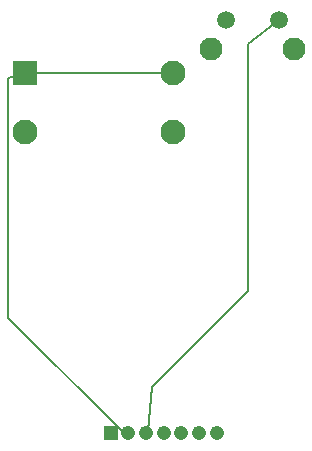
<source format=gbr>
G04 EAGLE Gerber RS-274X export*
G75*
%MOMM*%
%FSLAX34Y34*%
%LPD*%
%INBottom Copper*%
%IPPOS*%
%AMOC8*
5,1,8,0,0,1.08239X$1,22.5*%
G01*
G04 Define Apertures*
%ADD10C,1.508000*%
%ADD11C,1.950000*%
%ADD12R,2.100000X2.100000*%
%ADD13C,2.100000*%
%ADD14R,1.208000X1.208000*%
%ADD15C,1.208000*%
%ADD16C,0.152400*%
D10*
X292500Y400000D03*
X247500Y400000D03*
D11*
X305000Y375000D03*
X235000Y375000D03*
D12*
X77500Y355000D03*
D13*
X202500Y355000D03*
X77500Y305000D03*
X202500Y305000D03*
D14*
X150000Y50000D03*
D15*
X165000Y50000D03*
X180000Y50000D03*
X195000Y50000D03*
X210000Y50000D03*
X225000Y50000D03*
X240000Y50000D03*
D16*
X202500Y355000D02*
X77500Y355000D01*
X63500Y350275D01*
X63500Y147713D01*
X161213Y50000D02*
X165000Y50000D01*
X161213Y50000D02*
X63500Y147713D01*
X266700Y170500D02*
X266700Y379245D01*
X292500Y400000D01*
X266700Y170500D02*
X185100Y88900D01*
X181896Y51896D01*
X180000Y50000D01*
M02*

</source>
